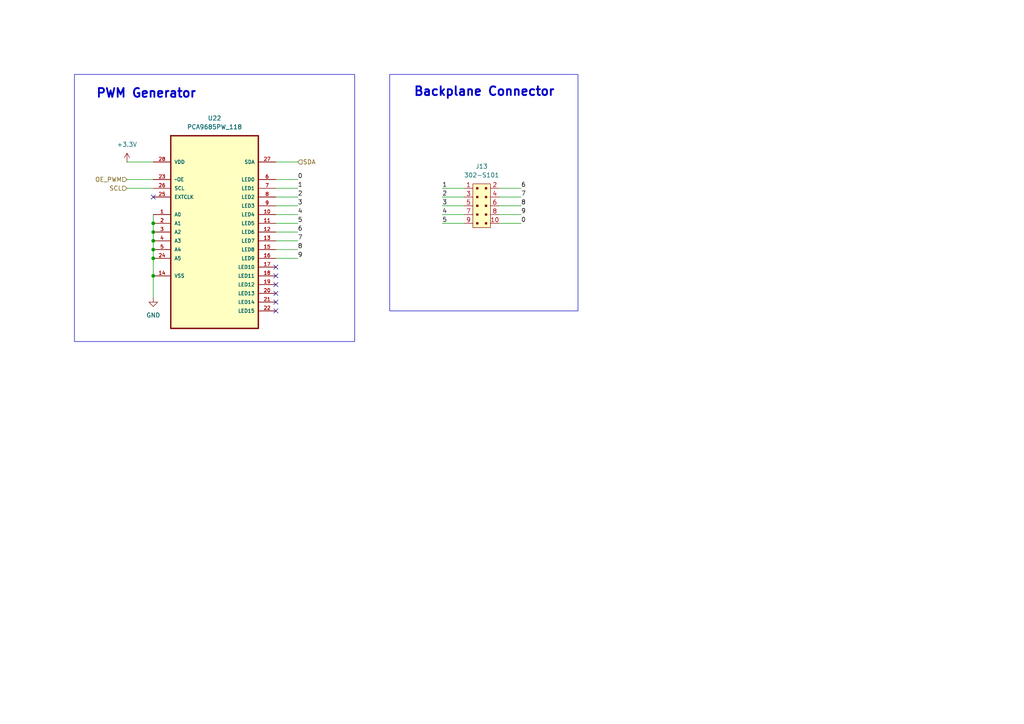
<source format=kicad_sch>
(kicad_sch (version 20231120) (generator "eeschema") (generator_version "8.0")
  (paper "A4")
  (lib_symbols
    (symbol "PCA9685PW_118:PCA9685PW_118" (pin_names (offset 1.016))
      (property "Reference" "U" (at -5.3748 29.5233 0))
      (property "Value" "PCA9685PW_118" (at -3.0529 -35.7951 0))
      (symbol "PCA9685PW_118_0_0"
        (rectangle (start -12.7 -30.48) (end 12.7 25.4) (stroke (width 0.4064)) (fill (type background)))
        (pin input line (at -17.78 2.54 0) (length 5.08) (name "A0") (number "1"))
        (pin output line (at 17.78 2.54 180) (length 5.08) (name "LED4") (number "10"))
        (pin output line (at 17.78 0 180) (length 5.08) (name "LED5") (number "11"))
        (pin output line (at 17.78 -2.54 180) (length 5.08) (name "LED6") (number "12"))
        (pin output line (at 17.78 -5.08 180) (length 5.08) (name "LED7") (number "13"))
        (pin passive line (at -17.78 -15.24 0) (length 5.08) (name "VSS") (number "14"))
        (pin output line (at 17.78 -7.62 180) (length 5.08) (name "LED8") (number "15"))
        (pin output line (at 17.78 -10.16 180) (length 5.08) (name "LED9") (number "16"))
        (pin output line (at 17.78 -12.7 180) (length 5.08) (name "LED10") (number "17"))
        (pin output line (at 17.78 -15.24 180) (length 5.08) (name "LED11") (number "18"))
        (pin output line (at 17.78 -17.78 180) (length 5.08) (name "LED12") (number "19"))
        (pin input line (at -17.78 0 0) (length 5.08) (name "A1") (number "2"))
        (pin output line (at 17.78 -20.32 180) (length 5.08) (name "LED13") (number "20"))
        (pin output line (at 17.78 -22.86 180) (length 5.08) (name "LED14") (number "21"))
        (pin output line (at 17.78 -25.4 180) (length 5.08) (name "LED15") (number "22"))
        (pin input line (at -17.78 12.7 0) (length 5.08) (name "~OE") (number "23"))
        (pin input line (at -17.78 -10.16 0) (length 5.08) (name "A5") (number "24"))
        (pin input line (at -17.78 7.62 0) (length 5.08) (name "EXTCLK") (number "25"))
        (pin input line (at -17.78 10.16 0) (length 5.08) (name "SCL") (number "26"))
        (pin bidirectional line (at 17.78 17.78 180) (length 5.08) (name "SDA") (number "27"))
        (pin power_in line (at -17.78 17.78 0) (length 5.08) (name "VDD") (number "28"))
        (pin input line (at -17.78 -2.54 0) (length 5.08) (name "A2") (number "3"))
        (pin input line (at -17.78 -5.08 0) (length 5.08) (name "A3") (number "4"))
        (pin input line (at -17.78 -7.62 0) (length 5.08) (name "A4") (number "5"))
        (pin output line (at 17.78 12.7 180) (length 5.08) (name "LED0") (number "6"))
        (pin output line (at 17.78 10.16 180) (length 5.08) (name "LED1") (number "7"))
        (pin output line (at 17.78 7.62 180) (length 5.08) (name "LED2") (number "8"))
        (pin output line (at 17.78 5.08 180) (length 5.08) (name "LED3") (number "9"))
      )
    )
    (symbol "dk_Rectangular-Connectors-Headers-Male-Pins:302-S101" (pin_names (offset 1.016))
      (property "Reference" "J" (at -2.54 7.62 0))
      (property "Value" "302-S101" (at 0 -7.62 0))
      (symbol "302-S101_1_1"
        (rectangle (start -2.54 6.35) (end 2.54 -6.35) (fill (type background)))
        (rectangle (start -1.524 -4.826) (end -1.016 -5.334) (fill (type outline)))
        (rectangle (start -1.524 -2.286) (end -1.016 -2.794) (fill (type outline)))
        (rectangle (start -1.524 0.254) (end -1.016 -0.254) (fill (type outline)))
        (rectangle (start -1.524 2.794) (end -1.016 2.286) (fill (type outline)))
        (rectangle (start -1.524 5.334) (end -1.016 4.826) (fill (type outline)))
        (rectangle (start 1.016 -4.826) (end 1.524 -5.334) (fill (type outline)))
        (rectangle (start 1.016 -2.286) (end 1.524 -2.794) (fill (type outline)))
        (rectangle (start 1.016 0.254) (end 1.524 -0.254) (fill (type outline)))
        (rectangle (start 1.016 2.794) (end 1.524 2.286) (fill (type outline)))
        (rectangle (start 1.016 5.334) (end 1.524 4.826) (fill (type outline)))
        (pin passive line (at -5.08 5.08 0) (length 2.54) (name "~") (number "1"))
        (pin passive line (at 5.08 -5.08 180) (length 2.54) (name "~") (number "10"))
        (pin passive line (at 5.08 5.08 180) (length 2.54) (name "~") (number "2"))
        (pin passive line (at -5.08 2.54 0) (length 2.54) (name "~") (number "3"))
        (pin passive line (at 5.08 2.54 180) (length 2.54) (name "~") (number "4"))
        (pin passive line (at -5.08 0 0) (length 2.54) (name "~") (number "5"))
        (pin passive line (at 5.08 0 180) (length 2.54) (name "~") (number "6"))
        (pin passive line (at -5.08 -2.54 0) (length 2.54) (name "~") (number "7"))
        (pin passive line (at 5.08 -2.54 180) (length 2.54) (name "~") (number "8"))
        (pin passive line (at -5.08 -5.08 0) (length 2.54) (name "~") (number "9"))
      )
    )
    (symbol "power:+3.3V" (power) (pin_numbers hide) (pin_names (offset 0) hide)
      (property "Value" "+3.3V" (at 0 3.556 0))
      (symbol "+3.3V_0_1"
        (polyline (pts (xy -0.762 1.27) (xy 0 2.54)))
        (polyline (pts (xy 0 0) (xy 0 2.54)))
        (polyline (pts (xy 0 2.54) (xy 0.762 1.27)))
      )
      (symbol "+3.3V_1_1"
        (pin power_in line (at 0 0 90) (length 0) (name "~") (number "1"))
      )
    )
    (symbol "power:GND" (power) (pin_numbers hide) (pin_names (offset 0) hide)
      (property "Value" "GND" (at 0 -3.81 0))
      (symbol "GND_0_1"
        (polyline (pts (xy 0 0) (xy 0 -1.27) (xy 1.27 -1.27) (xy 0 -2.54) (xy -1.27 -1.27) (xy 0 -1.27)))
      )
      (symbol "GND_1_1"
        (pin power_in line (at 0 0 270) (length 0) (name "~") (number "1"))
      )
    )
  )
  (junction (at 44.45 67.31))
  (junction (at 44.45 69.85))
  (junction (at 44.45 64.77))
  (junction (at 44.45 74.93))
  (junction (at 44.45 80.01))
  (junction (at 44.45 72.39))
  (no_connect (at 80.01 90.17))
  (no_connect (at 80.01 80.01))
  (no_connect (at 80.01 77.47))
  (no_connect (at 80.01 82.55))
  (no_connect (at 44.45 57.15))
  (no_connect (at 80.01 85.09))
  (no_connect (at 80.01 87.63))
  (wire (pts (xy 128.27 62.23) (xy 134.62 62.23)))
  (wire (pts (xy 36.83 46.99) (xy 44.45 46.99)))
  (wire (pts (xy 80.01 67.31) (xy 86.36 67.31)))
  (wire (pts (xy 144.78 62.23) (xy 151.13 62.23)))
  (wire (pts (xy 44.45 67.31) (xy 44.45 69.85)))
  (wire (pts (xy 128.27 59.69) (xy 134.62 59.69)))
  (wire (pts (xy 44.45 80.01) (xy 44.45 86.36)))
  (wire (pts (xy 36.83 54.61) (xy 44.45 54.61)))
  (wire (pts (xy 144.78 64.77) (xy 151.13 64.77)))
  (wire (pts (xy 80.01 59.69) (xy 86.36 59.69)))
  (wire (pts (xy 80.01 46.99) (xy 86.36 46.99)))
  (wire (pts (xy 128.27 64.77) (xy 134.62 64.77)))
  (wire (pts (xy 80.01 54.61) (xy 86.36 54.61)))
  (wire (pts (xy 80.01 64.77) (xy 86.36 64.77)))
  (wire (pts (xy 44.45 74.93) (xy 44.45 80.01)))
  (wire (pts (xy 80.01 62.23) (xy 86.36 62.23)))
  (wire (pts (xy 80.01 72.39) (xy 86.36 72.39)))
  (wire (pts (xy 80.01 69.85) (xy 86.36 69.85)))
  (wire (pts (xy 44.45 62.23) (xy 44.45 64.77)))
  (wire (pts (xy 128.27 57.15) (xy 134.62 57.15)))
  (wire (pts (xy 44.45 72.39) (xy 44.45 74.93)))
  (wire (pts (xy 80.01 52.07) (xy 86.36 52.07)))
  (wire (pts (xy 44.45 69.85) (xy 44.45 72.39)))
  (wire (pts (xy 128.27 54.61) (xy 134.62 54.61)))
  (wire (pts (xy 36.83 52.07) (xy 44.45 52.07)))
  (wire (pts (xy 44.45 64.77) (xy 44.45 67.31)))
  (wire (pts (xy 144.78 59.69) (xy 151.13 59.69)))
  (wire (pts (xy 144.78 54.61) (xy 151.13 54.61)))
  (wire (pts (xy 80.01 74.93) (xy 86.36 74.93)))
  (wire (pts (xy 144.78 57.15) (xy 151.13 57.15)))
  (wire (pts (xy 80.01 57.15) (xy 86.36 57.15)))
  (rectangle (start 21.59 21.59) (end 102.87 99.06))
  (rectangle (start 113.03 21.59) (end 167.64 90.17))
  (text "Backplane Connector\n" (at 140.462 26.67 0) (effects (font (size 2.54 2.54) (thickness 0.508) (bold yes))))
  (text "PWM Generator" (at 42.418 27.178 0) (effects (font (size 2.54 2.54) (thickness 0.508) (bold yes))))
  (label "8" (at 151.13 59.69 0))
  (label "5" (at 128.27 64.77 0))
  (label "8" (at 86.36 72.39 0))
  (label "6" (at 151.13 54.61 0))
  (label "9" (at 151.13 62.23 0))
  (label "2" (at 128.27 57.15 0))
  (label "3" (at 86.36 59.69 0))
  (label "2" (at 86.36 57.15 0))
  (label "1" (at 86.36 54.61 0))
  (label "4" (at 86.36 62.23 0))
  (label "7" (at 151.13 57.15 0))
  (label "9" (at 86.36 74.93 0))
  (label "3" (at 128.27 59.69 0))
  (label "0" (at 151.13 64.77 0))
  (label "7" (at 86.36 69.85 0))
  (label "6" (at 86.36 67.31 0))
  (label "5" (at 86.36 64.77 0))
  (label "4" (at 128.27 62.23 0))
  (label "0" (at 86.36 52.07 0))
  (label "1" (at 128.27 54.61 0))
  (hierarchical_label "OE_PWM" (shape input) (at 36.83 52.07 180))
  (hierarchical_label "SCL" (shape input) (at 36.83 54.61 180))
  (hierarchical_label "SDA" (shape input) (at 86.36 46.99 0))
  (symbol (lib_id "power:+3.3V") (at 36.83 46.99 0) (unit 1)
    (property "Reference" "#PWR0134" (effects (hide yes)))
    (property "Value" "+3.3V" (at 36.83 41.91 0))
    (property "Description" "Power symbol creates a global label with name \"+3.3V\"" (effects (hide yes)))
  )
  (symbol (lib_id "dk_Rectangular-Connectors-Headers-Male-Pins:302-S101") (at 139.7 59.69 0) (unit 1)
    (property "Reference" "J13" (at 139.7 48.26 0))
    (property "Value" "302-S101" (at 139.7 50.8 0))
    (property "Footprint" "digikey-footprints:PinHeader_2x5_P2.54mm_Drill1.2mm" (effects (hide yes)))
    (property "Datasheet" "http://www.on-shore.com/wp-content/uploads/2018/04/302-SXX1.pdf" (effects (hide yes)))
    (property "Description" "CONN HEADER VERT 10POS 2.54MM" (effects (hide yes)))
    (property "Digi-Key_PN" "ED1543-ND" (effects (hide yes)))
    (property "MPN" "302-S101" (effects (hide yes)))
    (property "Category" "Connectors, Interconnects" (effects (hide yes)))
    (property "Family" "Rectangular Connectors - Headers, Male Pins" (effects (hide yes)))
    (property "DK_Datasheet_Link" "http://www.on-shore.com/wp-content/uploads/2018/04/302-SXX1.pdf" (effects (hide yes)))
    (property "DK_Detail_Page" "/product-detail/en/on-shore-technology-inc/302-S101/ED1543-ND/2178422" (effects (hide yes)))
    (property "Description_1" "CONN HEADER VERT 10POS 2.54MM" (effects (hide yes)))
    (property "Manufacturer" "On Shore Technology Inc." (effects (hide yes)))
    (property "Status" "Active" (effects (hide yes)))
  )
  (symbol (lib_id "power:GND") (at 44.45 86.36 0) (unit 1)
    (property "Reference" "#PWR068" (effects (hide yes)))
    (property "Value" "GND" (at 44.45 91.44 0))
    (property "Description" "Power symbol creates a global label with name \"GND\" , ground" (effects (hide yes)))
  )
  (symbol (lib_id "PCA9685PW_118:PCA9685PW_118") (at 62.23 64.77 0) (unit 1)
    (property "Reference" "U22" (at 62.23 34.29 0))
    (property "Value" "PCA9685PW_118" (at 62.23 36.83 0))
    (property "Footprint" "PCA9685PW_118:SOP65P640X110-28N" (effects (hide yes)))
    (property "Datasheet" "https://www.nxp.com/docs/en/data-sheet/PCA9685.pdf" (effects (hide yes)))
    (property "SUPPLIER" "NXP" (effects (hide yes)))
    (property "OC_FARNELL" "1854074" (effects (hide yes)))
    (property "OC_NEWARK" "19T6398" (effects (hide yes)))
    (property "MPN" "PCA9685PW,118" (effects (hide yes)))
    (property "PACKAGE" "TSSOP-28" (effects (hide yes)))
  )
)
</source>
